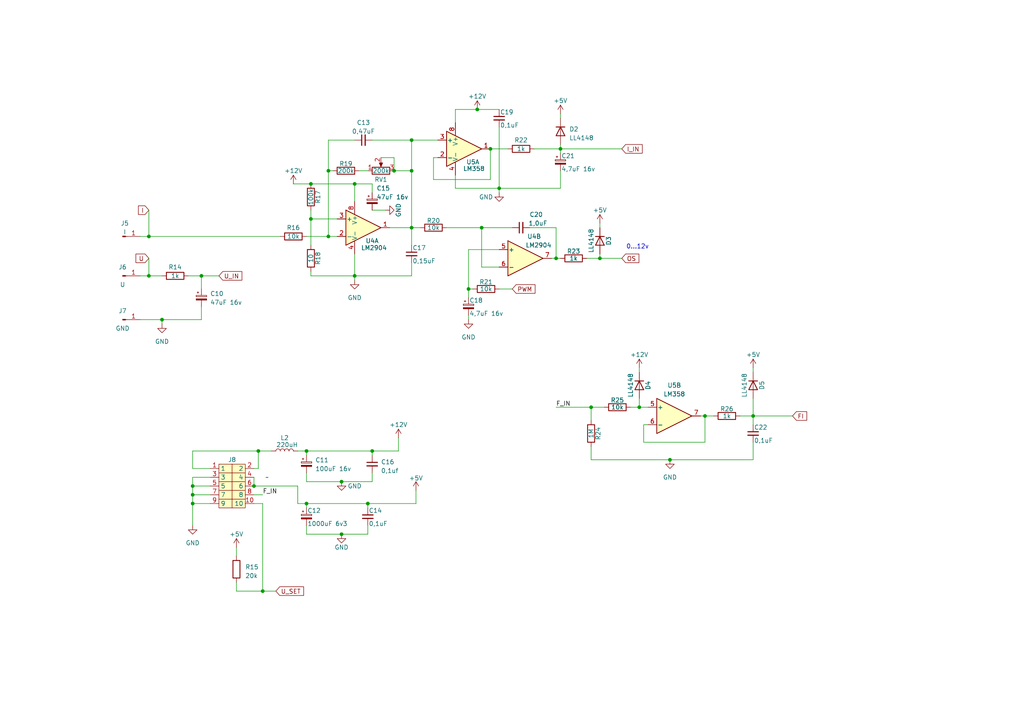
<source format=kicad_sch>
(kicad_sch (version 20230121) (generator eeschema)
  (paper "A4")
  (lib_symbols
    (symbol "Amplifier_Operational:LM2904" (pin_names (offset 0.127))
      (property "Reference" "U" (at 0 5.08 0))
      (property "Value" "LM2904" (at 0 -5.08 0))
      (symbol "LM2904_1_1"
        (polyline (pts (xy -5.08 5.08) (xy 5.08 0) (xy -5.08 -5.08) (xy -5.08 5.08)) (stroke (width 0.254)) (fill (type background)))
        (pin output line (at 7.62 0 180) (length 2.54) (name "~") (number "1"))
        (pin input line (at -7.62 -2.54 0) (length 2.54) (name "-") (number "2"))
        (pin input line (at -7.62 2.54 0) (length 2.54) (name "+") (number "3"))
      )
      (symbol "LM2904_2_1"
        (polyline (pts (xy -5.08 5.08) (xy 5.08 0) (xy -5.08 -5.08) (xy -5.08 5.08)) (stroke (width 0.254)) (fill (type background)))
        (pin input line (at -7.62 2.54 0) (length 2.54) (name "+") (number "5"))
        (pin input line (at -7.62 -2.54 0) (length 2.54) (name "-") (number "6"))
        (pin output line (at 7.62 0 180) (length 2.54) (name "~") (number "7"))
      )
      (symbol "LM2904_3_1"
        (pin power_in line (at -2.54 -7.62 90) (length 3.81) (name "V-") (number "4"))
        (pin power_in line (at -2.54 7.62 270) (length 3.81) (name "V+") (number "8"))
      )
    )
    (symbol "Amplifier_Operational:LM358" (pin_names (offset 0.127))
      (property "Reference" "U" (at 0 5.08 0))
      (property "Value" "LM358" (at 0 -5.08 0))
      (symbol "LM358_1_1"
        (polyline (pts (xy -5.08 5.08) (xy 5.08 0) (xy -5.08 -5.08) (xy -5.08 5.08)) (stroke (width 0.254)) (fill (type background)))
        (pin output line (at 7.62 0 180) (length 2.54) (name "~") (number "1"))
        (pin input line (at -7.62 -2.54 0) (length 2.54) (name "-") (number "2"))
        (pin input line (at -7.62 2.54 0) (length 2.54) (name "+") (number "3"))
      )
      (symbol "LM358_2_1"
        (polyline (pts (xy -5.08 5.08) (xy 5.08 0) (xy -5.08 -5.08) (xy -5.08 5.08)) (stroke (width 0.254)) (fill (type background)))
        (pin input line (at -7.62 2.54 0) (length 2.54) (name "+") (number "5"))
        (pin input line (at -7.62 -2.54 0) (length 2.54) (name "-") (number "6"))
        (pin output line (at 7.62 0 180) (length 2.54) (name "~") (number "7"))
      )
      (symbol "LM358_3_1"
        (pin power_in line (at -2.54 -7.62 90) (length 3.81) (name "V-") (number "4"))
        (pin power_in line (at -2.54 7.62 270) (length 3.81) (name "V+") (number "8"))
      )
    )
    (symbol "Connector:Conn_01x01_Pin" (pin_names (offset 1.016) hide)
      (property "Reference" "J" (at 0 2.54 0))
      (property "Value" "Conn_01x01_Pin" (at 0 -2.54 0))
      (symbol "Conn_01x01_Pin_1_1"
        (polyline (pts (xy 1.27 0) (xy 0.8636 0)) (stroke (width 0.1524)))
        (rectangle (start 0.8636 0.127) (end 0 -0.127) (stroke (width 0.1524)) (fill (type outline)))
        (pin passive line (at 5.08 0 180) (length 3.81) (name "Pin_1") (number "1"))
      )
    )
    (symbol "Device:C_Polarized_Small" (pin_numbers hide) (pin_names (offset 0.254) hide)
      (property "Reference" "C" (at 0.254 1.778 0))
      (property "Value" "C_Polarized_Small" (at 0.254 -2.032 0))
      (symbol "C_Polarized_Small_0_1"
        (rectangle (start -1.524 -0.3048) (end 1.524 -0.6858) (fill (type outline)))
        (rectangle (start -1.524 0.6858) (end 1.524 0.3048))
        (polyline (pts (xy -1.27 1.524) (xy -0.762 1.524)))
        (polyline (pts (xy -1.016 1.27) (xy -1.016 1.778)))
      )
      (symbol "C_Polarized_Small_1_1"
        (pin passive line (at 0 2.54 270) (length 1.8542) (name "~") (number "1"))
        (pin passive line (at 0 -2.54 90) (length 1.8542) (name "~") (number "2"))
      )
    )
    (symbol "Device:C_Small" (pin_numbers hide) (pin_names (offset 0.254) hide)
      (property "Reference" "C" (at 0.254 1.778 0))
      (property "Value" "C_Small" (at 0.254 -2.032 0))
      (symbol "C_Small_0_1"
        (polyline (pts (xy -1.524 -0.508) (xy 1.524 -0.508)) (stroke (width 0.3302)))
        (polyline (pts (xy -1.524 0.508) (xy 1.524 0.508)) (stroke (width 0.3048)))
      )
      (symbol "C_Small_1_1"
        (pin passive line (at 0 2.54 270) (length 2.032) (name "~") (number "1"))
        (pin passive line (at 0 -2.54 90) (length 2.032) (name "~") (number "2"))
      )
    )
    (symbol "Device:D" (pin_numbers hide) (pin_names (offset 1.016) hide)
      (property "Reference" "D" (at 0 2.54 0))
      (property "Value" "D" (at 0 -2.54 0))
      (symbol "D_0_1"
        (polyline (pts (xy -1.27 1.27) (xy -1.27 -1.27)) (stroke (width 0.254)))
        (polyline (pts (xy 1.27 0) (xy -1.27 0)))
        (polyline (pts (xy 1.27 1.27) (xy 1.27 -1.27) (xy -1.27 0) (xy 1.27 1.27)) (stroke (width 0.254)))
      )
      (symbol "D_1_1"
        (pin passive line (at -3.81 0 0) (length 2.54) (name "K") (number "1"))
        (pin passive line (at 3.81 0 180) (length 2.54) (name "A") (number "2"))
      )
    )
    (symbol "Device:L" (pin_numbers hide) (pin_names (offset 1.016) hide)
      (property "Reference" "L" (at -1.27 0 90))
      (property "Value" "L" (at 1.905 0 90))
      (symbol "L_0_1"
        (arc (start 0 -2.54) (mid 0.6323 -1.905) (end 0 -1.27))
        (arc (start 0 -1.27) (mid 0.6323 -0.635) (end 0 0))
        (arc (start 0 0) (mid 0.6323 0.635) (end 0 1.27))
        (arc (start 0 1.27) (mid 0.6323 1.905) (end 0 2.54))
      )
      (symbol "L_1_1"
        (pin passive line (at 0 3.81 270) (length 1.27) (name "1") (number "1"))
        (pin passive line (at 0 -3.81 90) (length 1.27) (name "2") (number "2"))
      )
    )
    (symbol "Device:R" (pin_numbers hide) (pin_names (offset 0))
      (property "Reference" "R" (at 2.032 0 90))
      (property "Value" "R" (at 0 0 90))
      (symbol "R_0_1"
        (rectangle (start -1.016 -2.54) (end 1.016 2.54) (stroke (width 0.254)))
      )
      (symbol "R_1_1"
        (pin passive line (at 0 3.81 270) (length 1.27) (name "~") (number "1"))
        (pin passive line (at 0 -3.81 90) (length 1.27) (name "~") (number "2"))
      )
    )
    (symbol "Device:R_Potentiometer" (pin_names (offset 1.016) hide)
      (property "Reference" "RV" (at -4.445 0 90))
      (property "Value" "R_Potentiometer" (at -2.54 0 90))
      (symbol "R_Potentiometer_0_1"
        (polyline (pts (xy 2.54 0) (xy 1.524 0)))
        (polyline (pts (xy 1.143 0) (xy 2.286 0.508) (xy 2.286 -0.508) (xy 1.143 0)) (fill (type outline)))
        (rectangle (start 1.016 2.54) (end -1.016 -2.54) (stroke (width 0.254)))
      )
      (symbol "R_Potentiometer_1_1"
        (pin passive line (at 0 3.81 270) (length 1.27) (name "1") (number "1"))
        (pin passive line (at 3.81 0 180) (length 1.27) (name "2") (number "2"))
        (pin passive line (at 0 -3.81 90) (length 1.27) (name "3") (number "3"))
      )
    )
    (symbol "Z_connectors:BH-10"
      (property "Reference" "J" (at 0 6.35 0))
      (symbol "BH-10_1_1"
        (rectangle (start -3.81 3.81) (end 3.81 -8.89) (fill (type background)))
        (polyline (pts (xy -3.81 -6.35) (xy 3.81 -6.35)))
        (polyline (pts (xy -3.81 -3.81) (xy 3.81 -3.81)))
        (polyline (pts (xy -3.81 -1.27) (xy 3.81 -1.27)))
        (polyline (pts (xy -3.81 1.27) (xy 3.81 1.27)))
        (polyline (pts (xy 0 3.81) (xy 0 -8.89)))
        (pin input line (at -6.35 2.54 0) (length 2.54) (name "1") (number "1"))
        (pin input line (at 6.35 -7.62 180) (length 2.54) (name "10") (number "10"))
        (pin input line (at 6.35 2.54 180) (length 2.54) (name "2") (number "2"))
        (pin input line (at -6.35 0 0) (length 2.54) (name "3") (number "3"))
        (pin input line (at 6.35 0 180) (length 2.54) (name "4") (number "4"))
        (pin input line (at -6.35 -2.54 0) (length 2.54) (name "5") (number "5"))
        (pin input line (at 6.35 -2.54 180) (length 2.54) (name "6") (number "6"))
        (pin input line (at -6.35 -5.08 0) (length 2.54) (name "7") (number "7"))
        (pin input line (at 6.35 -5.08 180) (length 2.54) (name "8") (number "8"))
        (pin input line (at -6.35 -7.62 0) (length 2.54) (name "9") (number "9"))
      )
    )
    (symbol "power:+12V" (power) (pin_names (offset 0))
      (property "Value" "+12V" (at 0 3.556 0))
      (symbol "+12V_0_1"
        (polyline (pts (xy -0.762 1.27) (xy 0 2.54)))
        (polyline (pts (xy 0 0) (xy 0 2.54)))
        (polyline (pts (xy 0 2.54) (xy 0.762 1.27)))
      )
      (symbol "+12V_1_1"
        (pin power_in line (at 0 0 90) (length 0) hide (name "+12V") (number "1"))
      )
    )
    (symbol "power:+5V" (power) (pin_names (offset 0))
      (property "Value" "+5V" (at 0 3.556 0))
      (symbol "+5V_0_1"
        (polyline (pts (xy -0.762 1.27) (xy 0 2.54)))
        (polyline (pts (xy 0 0) (xy 0 2.54)))
        (polyline (pts (xy 0 2.54) (xy 0.762 1.27)))
      )
      (symbol "+5V_1_1"
        (pin power_in line (at 0 0 90) (length 0) hide (name "+5V") (number "1"))
      )
    )
    (symbol "power:GND" (power) (pin_names (offset 0))
      (property "Value" "GND" (at 0 -3.81 0))
      (symbol "GND_0_1"
        (polyline (pts (xy 0 0) (xy 0 -1.27) (xy 1.27 -1.27) (xy 0 -2.54) (xy -1.27 -1.27) (xy 0 -1.27)))
      )
      (symbol "GND_1_1"
        (pin power_in line (at 0 0 270) (length 0) hide (name "GND") (number "1"))
      )
    )
  )
  (junction (at 102.87 80.01))
  (junction (at 107.95 130.81))
  (junction (at 218.44 120.65))
  (junction (at 142.24 43.18))
  (junction (at 90.17 63.5))
  (junction (at 171.45 118.11))
  (junction (at 162.56 43.18))
  (junction (at 139.7 66.04))
  (junction (at 144.78 54.61))
  (junction (at 106.68 146.05))
  (junction (at 55.88 143.51))
  (junction (at 135.89 83.82))
  (junction (at 119.38 66.04))
  (junction (at 46.99 92.71))
  (junction (at 204.47 120.65))
  (junction (at 43.18 68.58))
  (junction (at 173.99 74.93))
  (junction (at 119.38 40.64))
  (junction (at 90.17 53.34))
  (junction (at 99.06 139.7))
  (junction (at 43.18 80.01))
  (junction (at 55.88 140.97))
  (junction (at 55.88 146.05))
  (junction (at 114.3 49.53))
  (junction (at 99.06 154.94))
  (junction (at 76.2 171.45))
  (junction (at 119.38 49.53))
  (junction (at 58.42 80.01))
  (junction (at 185.42 118.11))
  (junction (at 88.9 130.81))
  (junction (at 95.25 68.58))
  (junction (at 102.87 53.34))
  (junction (at 74.93 130.81))
  (junction (at 88.9 146.05))
  (junction (at 95.25 49.53))
  (junction (at 194.31 133.35))
  (junction (at 138.43 31.75))
  (junction (at 73.66 140.97))
  (junction (at 161.29 74.93))
  (wire (pts (xy 73.66 140.97) (xy 86.36 140.97)))
  (wire (pts (xy 76.2 143.51) (xy 73.66 143.51)))
  (wire (pts (xy 161.29 118.11) (xy 171.45 118.11)))
  (wire (pts (xy 161.29 74.93) (xy 162.56 74.93)))
  (wire (pts (xy 173.99 64.77) (xy 173.99 66.04)))
  (wire (pts (xy 107.95 53.34) (xy 107.95 55.88)))
  (wire (pts (xy 76.2 171.45) (xy 76.2 146.05)))
  (wire (pts (xy 185.42 118.11) (xy 187.96 118.11)))
  (wire (pts (xy 55.88 146.05) (xy 60.96 146.05)))
  (wire (pts (xy 162.56 54.61) (xy 162.56 49.53)))
  (wire (pts (xy 107.95 130.81) (xy 115.57 130.81)))
  (wire (pts (xy 68.58 168.91) (xy 68.58 171.45)))
  (wire (pts (xy 40.64 80.01) (xy 43.18 80.01)))
  (wire (pts (xy 182.88 118.11) (xy 185.42 118.11)))
  (wire (pts (xy 185.42 115.57) (xy 185.42 118.11)))
  (wire (pts (xy 135.89 72.39) (xy 135.89 83.82)))
  (wire (pts (xy 162.56 43.18) (xy 180.34 43.18)))
  (wire (pts (xy 55.88 146.05) (xy 55.88 152.4)))
  (wire (pts (xy 58.42 80.01) (xy 58.42 83.82)))
  (wire (pts (xy 46.99 92.71) (xy 46.99 93.98)))
  (wire (pts (xy 144.78 54.61) (xy 162.56 54.61)))
  (wire (pts (xy 132.08 54.61) (xy 132.08 50.8)))
  (wire (pts (xy 119.38 66.04) (xy 119.38 49.53)))
  (wire (pts (xy 142.24 43.18) (xy 147.32 43.18)))
  (wire (pts (xy 88.9 68.58) (xy 95.25 68.58)))
  (wire (pts (xy 144.78 54.61) (xy 144.78 36.83)))
  (wire (pts (xy 107.95 139.7) (xy 99.06 139.7)))
  (wire (pts (xy 132.08 31.75) (xy 138.43 31.75)))
  (wire (pts (xy 55.88 135.89) (xy 55.88 130.81)))
  (wire (pts (xy 144.78 83.82) (xy 148.59 83.82)))
  (wire (pts (xy 132.08 35.56) (xy 132.08 31.75)))
  (wire (pts (xy 106.68 147.32) (xy 106.68 146.05)))
  (wire (pts (xy 214.63 120.65) (xy 218.44 120.65)))
  (wire (pts (xy 162.56 43.18) (xy 162.56 44.45)))
  (wire (pts (xy 102.87 80.01) (xy 102.87 81.28)))
  (wire (pts (xy 173.99 74.93) (xy 180.34 74.93)))
  (wire (pts (xy 161.29 74.93) (xy 160.02 74.93)))
  (wire (pts (xy 88.9 137.16) (xy 88.9 139.7)))
  (wire (pts (xy 107.95 137.16) (xy 107.95 139.7)))
  (wire (pts (xy 86.36 146.05) (xy 88.9 146.05)))
  (wire (pts (xy 76.2 171.45) (xy 80.01 171.45)))
  (wire (pts (xy 97.79 68.58) (xy 95.25 68.58)))
  (wire (pts (xy 55.88 130.81) (xy 74.93 130.81)))
  (wire (pts (xy 119.38 66.04) (xy 121.92 66.04)))
  (wire (pts (xy 107.95 60.96) (xy 111.76 60.96)))
  (wire (pts (xy 185.42 106.68) (xy 185.42 107.95)))
  (wire (pts (xy 58.42 80.01) (xy 63.5 80.01)))
  (wire (pts (xy 135.89 91.44) (xy 135.89 92.71)))
  (wire (pts (xy 119.38 76.2) (xy 119.38 80.01)))
  (wire (pts (xy 162.56 33.02) (xy 162.56 34.29)))
  (wire (pts (xy 74.93 135.89) (xy 73.66 135.89)))
  (wire (pts (xy 46.99 92.71) (xy 58.42 92.71)))
  (wire (pts (xy 74.93 130.81) (xy 74.93 135.89)))
  (wire (pts (xy 88.9 139.7) (xy 99.06 139.7)))
  (wire (pts (xy 204.47 120.65) (xy 207.01 120.65)))
  (wire (pts (xy 173.99 73.66) (xy 173.99 74.93)))
  (wire (pts (xy 90.17 78.74) (xy 90.17 80.01)))
  (wire (pts (xy 171.45 133.35) (xy 194.31 133.35)))
  (wire (pts (xy 55.88 143.51) (xy 55.88 146.05)))
  (wire (pts (xy 113.03 66.04) (xy 119.38 66.04)))
  (wire (pts (xy 88.9 146.05) (xy 106.68 146.05)))
  (wire (pts (xy 135.89 83.82) (xy 135.89 86.36)))
  (wire (pts (xy 43.18 74.93) (xy 43.18 80.01)))
  (wire (pts (xy 144.78 55.88) (xy 144.78 54.61)))
  (wire (pts (xy 55.88 140.97) (xy 55.88 143.51)))
  (wire (pts (xy 162.56 41.91) (xy 162.56 43.18)))
  (wire (pts (xy 90.17 63.5) (xy 90.17 71.12)))
  (wire (pts (xy 90.17 53.34) (xy 102.87 53.34)))
  (wire (pts (xy 119.38 49.53) (xy 114.3 49.53)))
  (wire (pts (xy 138.43 31.75) (xy 144.78 31.75)))
  (wire (pts (xy 102.87 80.01) (xy 102.87 73.66)))
  (wire (pts (xy 43.18 80.01) (xy 46.99 80.01)))
  (wire (pts (xy 218.44 120.65) (xy 229.87 120.65)))
  (wire (pts (xy 171.45 121.92) (xy 171.45 118.11)))
  (wire (pts (xy 187.96 123.19) (xy 186.69 123.19)))
  (wire (pts (xy 106.68 152.4) (xy 106.68 154.94)))
  (wire (pts (xy 86.36 130.81) (xy 88.9 130.81)))
  (wire (pts (xy 86.36 140.97) (xy 86.36 146.05)))
  (wire (pts (xy 204.47 128.27) (xy 204.47 120.65)))
  (wire (pts (xy 68.58 171.45) (xy 76.2 171.45)))
  (wire (pts (xy 104.14 49.53) (xy 106.68 49.53)))
  (wire (pts (xy 43.18 60.96) (xy 43.18 68.58)))
  (wire (pts (xy 186.69 128.27) (xy 204.47 128.27)))
  (wire (pts (xy 120.65 142.24) (xy 120.65 146.05)))
  (wire (pts (xy 88.9 130.81) (xy 107.95 130.81)))
  (wire (pts (xy 114.3 45.72) (xy 114.3 49.53)))
  (wire (pts (xy 55.88 138.43) (xy 55.88 140.97)))
  (wire (pts (xy 88.9 130.81) (xy 88.9 132.08)))
  (wire (pts (xy 106.68 154.94) (xy 99.06 154.94)))
  (wire (pts (xy 154.94 43.18) (xy 162.56 43.18)))
  (wire (pts (xy 204.47 120.65) (xy 203.2 120.65)))
  (wire (pts (xy 85.09 53.34) (xy 90.17 53.34)))
  (wire (pts (xy 40.64 92.71) (xy 46.99 92.71)))
  (wire (pts (xy 107.95 130.81) (xy 107.95 132.08)))
  (wire (pts (xy 142.24 43.18) (xy 142.24 52.07)))
  (wire (pts (xy 129.54 66.04) (xy 139.7 66.04)))
  (wire (pts (xy 119.38 40.64) (xy 127 40.64)))
  (wire (pts (xy 218.44 106.68) (xy 218.44 107.95)))
  (wire (pts (xy 125.73 52.07) (xy 125.73 45.72)))
  (wire (pts (xy 107.95 40.64) (xy 119.38 40.64)))
  (wire (pts (xy 132.08 54.61) (xy 144.78 54.61)))
  (wire (pts (xy 110.49 45.72) (xy 114.3 45.72)))
  (wire (pts (xy 171.45 129.54) (xy 171.45 133.35)))
  (wire (pts (xy 40.64 68.58) (xy 43.18 68.58)))
  (wire (pts (xy 139.7 66.04) (xy 139.7 77.47)))
  (wire (pts (xy 218.44 120.65) (xy 218.44 123.19)))
  (wire (pts (xy 55.88 143.51) (xy 60.96 143.51)))
  (wire (pts (xy 60.96 135.89) (xy 55.88 135.89)))
  (wire (pts (xy 73.66 138.43) (xy 73.66 140.97)))
  (wire (pts (xy 90.17 60.96) (xy 90.17 63.5)))
  (wire (pts (xy 139.7 66.04) (xy 148.59 66.04)))
  (wire (pts (xy 74.93 130.81) (xy 78.74 130.81)))
  (wire (pts (xy 95.25 40.64) (xy 102.87 40.64)))
  (wire (pts (xy 218.44 115.57) (xy 218.44 120.65)))
  (wire (pts (xy 119.38 40.64) (xy 119.38 49.53)))
  (wire (pts (xy 119.38 80.01) (xy 102.87 80.01)))
  (wire (pts (xy 218.44 133.35) (xy 194.31 133.35)))
  (wire (pts (xy 76.2 146.05) (xy 73.66 146.05)))
  (wire (pts (xy 95.25 49.53) (xy 96.52 49.53)))
  (wire (pts (xy 90.17 80.01) (xy 102.87 80.01)))
  (wire (pts (xy 161.29 66.04) (xy 161.29 74.93)))
  (wire (pts (xy 88.9 154.94) (xy 99.06 154.94)))
  (wire (pts (xy 173.99 74.93) (xy 170.18 74.93)))
  (wire (pts (xy 144.78 72.39) (xy 135.89 72.39)))
  (wire (pts (xy 115.57 127) (xy 115.57 130.81)))
  (wire (pts (xy 54.61 80.01) (xy 58.42 80.01)))
  (wire (pts (xy 88.9 147.32) (xy 88.9 146.05)))
  (wire (pts (xy 139.7 77.47) (xy 144.78 77.47)))
  (wire (pts (xy 142.24 52.07) (xy 125.73 52.07)))
  (wire (pts (xy 55.88 140.97) (xy 60.96 140.97)))
  (wire (pts (xy 106.68 146.05) (xy 120.65 146.05)))
  (wire (pts (xy 186.69 123.19) (xy 186.69 128.27)))
  (wire (pts (xy 43.18 68.58) (xy 81.28 68.58)))
  (wire (pts (xy 102.87 53.34) (xy 107.95 53.34)))
  (wire (pts (xy 95.25 49.53) (xy 95.25 40.64)))
  (wire (pts (xy 88.9 152.4) (xy 88.9 154.94)))
  (wire (pts (xy 60.96 138.43) (xy 55.88 138.43)))
  (wire (pts (xy 58.42 92.71) (xy 58.42 88.9)))
  (wire (pts (xy 218.44 128.27) (xy 218.44 133.35)))
  (wire (pts (xy 68.58 158.75) (xy 68.58 161.29)))
  (wire (pts (xy 125.73 45.72) (xy 127 45.72)))
  (wire (pts (xy 119.38 71.12) (xy 119.38 66.04)))
  (wire (pts (xy 171.45 118.11) (xy 175.26 118.11)))
  (wire (pts (xy 95.25 68.58) (xy 95.25 49.53)))
  (wire (pts (xy 102.87 53.34) (xy 102.87 58.42)))
  (wire (pts (xy 90.17 63.5) (xy 97.79 63.5)))
  (wire (pts (xy 137.16 83.82) (xy 135.89 83.82)))
  (wire (pts (xy 153.67 66.04) (xy 161.29 66.04)))
  (text "0...12v" (at 181.61 72.39 0) (effects (font (size 1.27 1.27)) (justify left bottom)))
  (label "F_IN" (at 161.29 118.11 0))
  (label "F_IN" (at 76.2 143.51 0))
  (global_label "I" (shape input) (at 43.18 60.96 180) (property "Intersheetrefs" "${INTERSHEET_REFS}" (effects hide)))
  (global_label "FI" (shape input) (at 229.87 120.65 0) (property "Intersheetrefs" "${INTERSHEET_REFS}" (effects hide)))
  (global_label "U_IN" (shape input) (at 63.5 80.01 0) (property "Intersheetrefs" "${INTERSHEET_REFS}" (effects hide)))
  (global_label "U_SET" (shape input) (at 80.01 171.45 0) (property "Intersheetrefs" "${INTERSHEET_REFS}" (effects hide)))
  (global_label "PWM" (shape input) (at 148.59 83.82 0) (property "Intersheetrefs" "${INTERSHEET_REFS}" (effects hide)))
  (global_label "OS" (shape input) (at 180.34 74.93 0) (property "Intersheetrefs" "${INTERSHEET_REFS}" (effects hide)))
  (global_label "U" (shape input) (at 43.18 74.93 180) (property "Intersheetrefs" "${INTERSHEET_REFS}" (effects hide)))
  (global_label "I_IN" (shape input) (at 180.34 43.18 0) (property "Intersheetrefs" "${INTERSHEET_REFS}" (effects hide)))
  (symbol (lib_id "Device:R") (at 68.58 165.1 0) (unit 1)
    (property "Reference" "R15" (at 71.12 164.465 0) (effects (justify left)))
    (property "Value" "20k" (at 71.12 167.005 0) (effects (justify left)))
    (property "Footprint" "Resistor_SMD:R_1206_3216Metric" (effects hide))
  )
  (symbol (lib_id "Device:R_Potentiometer") (at 110.49 49.53 90) (unit 1)
    (property "Reference" "RV1" (at 110.49 52.07 90))
    (property "Value" "200k" (at 110.49 49.53 90))
    (property "Footprint" "Potentiometer_THT:Potentiometer_Bourns_3296W_Vertical" (effects hide))
  )
  (symbol (lib_id "Device:C_Small") (at 144.78 34.29 0) (unit 1)
    (property "Reference" "C19" (at 145.034 32.512 0) (effects (justify left)))
    (property "Value" "0,1uF" (at 145.034 36.322 0) (effects (justify left)))
    (property "Footprint" "Capacitor_SMD:C_1206_3216Metric" (effects hide))
  )
  (symbol (lib_id "Device:D") (at 185.42 111.76 270) (unit 1)
    (property "Reference" "D4" (at 187.96 111.76 0))
    (property "Value" "LL4148" (at 182.88 111.76 0))
    (property "Footprint" "Diode_SMD:D_MiniMELF" (effects hide))
    (property "Sim.Device" "D" (effects hide))
    (property "Sim.Pins" "1=K 2=A" (effects hide))
  )
  (symbol (lib_id "Connector:Conn_01x01_Pin") (at 35.56 92.71 0) (unit 1)
    (property "Reference" "J7" (at 35.56 90.17 0))
    (property "Value" "GND" (at 35.56 95.25 0))
    (property "Footprint" "Connector_Pin:Pin_D1.0mm_L10.0mm" (effects hide))
  )
  (symbol (lib_id "Device:D") (at 173.99 69.85 270) (unit 1)
    (property "Reference" "D3" (at 176.53 69.85 0))
    (property "Value" "LL4148" (at 171.45 69.85 0))
    (property "Footprint" "Diode_SMD:D_MiniMELF" (effects hide))
    (property "Sim.Device" "D" (effects hide))
    (property "Sim.Pins" "1=K 2=A" (effects hide))
  )
  (symbol (lib_id "power:GND") (at 46.99 93.98 0) (unit 1)
    (property "Reference" "#PWR020" (effects hide))
    (property "Value" "GND" (at 46.99 99.06 0))
  )
  (symbol (lib_id "power:GND") (at 144.78 55.88 0) (unit 1)
    (property "Reference" "#PWR032" (effects hide))
    (property "Value" "GND" (at 140.97 57.15 0))
  )
  (symbol (lib_id "power:GND") (at 55.88 152.4 0) (unit 1)
    (property "Reference" "#PWR021" (effects hide))
    (property "Value" "GND" (at 55.88 157.48 0))
  )
  (symbol (lib_id "Device:R") (at 50.8 80.01 90) (unit 1)
    (property "Reference" "R14" (at 50.8 77.47 90))
    (property "Value" "1k" (at 50.8 80.01 90))
    (property "Footprint" "Resistor_SMD:R_1206_3216Metric" (effects hide))
  )
  (symbol (lib_id "Device:R") (at 90.17 74.93 0) (unit 1)
    (property "Reference" "R18" (at 92.202 74.93 90))
    (property "Value" "10" (at 90.17 74.93 90))
    (property "Footprint" "Resistor_SMD:R_1206_3216Metric" (effects hide))
  )
  (symbol (lib_id "Device:C_Polarized_Small") (at 88.9 149.86 0) (unit 1)
    (property "Reference" "C12" (at 89.154 148.082 0) (effects (justify left)))
    (property "Value" "1000uF 6v3" (at 89.154 151.892 0) (effects (justify left)))
    (property "Footprint" "Capacitor_THT:CP_Radial_D8.0mm_P5.00mm" (effects hide))
  )
  (symbol (lib_id "Amplifier_Operational:LM358") (at 134.62 43.18 0) (unit 1)
    (property "Reference" "U5" (at 137.16 46.99 0))
    (property "Value" "LM358" (at 137.4767 48.9128 0))
    (property "Footprint" "Package_SO:SO-8_3.9x4.9mm_P1.27mm" (effects hide))
    (property "Datasheet" "http://www.ti.com/lit/ds/symlink/lm2904-n.pdf" (effects hide))
  )
  (symbol (lib_id "Device:C_Polarized_Small") (at 107.95 58.42 0) (unit 1)
    (property "Reference" "C15" (at 109.22 54.61 0) (effects (justify left)))
    (property "Value" "47uF 16v" (at 109.22 57.15 0) (effects (justify left)))
    (property "Footprint" "Capacitor_THT:CP_Radial_D8.0mm_P5.00mm" (effects hide))
  )
  (symbol (lib_id "power:+5V") (at 120.65 142.24 0) (unit 1)
    (property "Reference" "#PWR029" (effects hide))
    (property "Value" "+5V" (at 120.65 138.684 0))
  )
  (symbol (lib_id "Z_connectors:BH-10") (at 67.31 138.43 0) (unit 1)
    (property "Reference" "J8" (at 67.31 133.35 0))
    (property "Value" "~" (at 77.47 138.43 0))
    (property "Footprint" "Connector_IDC:IDC-Header_2x05_P2.54mm_Vertical" (effects hide))
  )
  (symbol (lib_id "Device:C_Small") (at 105.41 40.64 90) (unit 1)
    (property "Reference" "C13" (at 105.4163 35.56 90))
    (property "Value" "0,47uF" (at 105.4163 38.1 90))
    (property "Footprint" "Capacitor_SMD:C_1206_3216Metric" (effects hide))
  )
  (symbol (lib_id "power:GND") (at 102.87 81.28 0) (unit 1)
    (property "Reference" "#PWR026" (effects hide))
    (property "Value" "GND" (at 102.87 86.36 0))
  )
  (symbol (lib_id "power:+5V") (at 162.56 33.02 0) (unit 1)
    (property "Reference" "#PWR033" (effects hide))
    (property "Value" "+5V" (at 162.56 29.21 0))
  )
  (symbol (lib_id "power:+12V") (at 138.43 31.75 0) (unit 1)
    (property "Reference" "#PWR031" (effects hide))
    (property "Value" "+12V" (at 138.43 27.94 0))
  )
  (symbol (lib_id "Device:C_Small") (at 218.44 125.73 0) (unit 1)
    (property "Reference" "C22" (at 218.694 123.952 0) (effects (justify left)))
    (property "Value" "0,1uF" (at 218.694 127.762 0) (effects (justify left)))
    (property "Footprint" "Capacitor_SMD:C_1206_3216Metric" (effects hide))
  )
  (symbol (lib_id "Device:R") (at 179.07 118.11 90) (unit 1)
    (property "Reference" "R25" (at 179.07 116.078 90))
    (property "Value" "10k" (at 179.07 118.11 90))
    (property "Footprint" "Resistor_SMD:R_1206_3216Metric" (effects hide))
  )
  (symbol (lib_id "power:GND") (at 135.89 92.71 0) (unit 1)
    (property "Reference" "#PWR030" (effects hide))
    (property "Value" "GND" (at 135.89 97.79 0))
  )
  (symbol (lib_id "Device:C_Polarized_Small") (at 162.56 46.99 0) (unit 1)
    (property "Reference" "C21" (at 162.814 45.212 0) (effects (justify left)))
    (property "Value" "4,7uF 16v" (at 162.814 49.022 0) (effects (justify left)))
    (property "Footprint" "Capacitor_THT:CP_Radial_D8.0mm_P5.00mm" (effects hide))
  )
  (symbol (lib_id "Amplifier_Operational:LM2904") (at 105.41 66.04 0) (unit 3)
    (property "Reference" "U4" (effects hide))
    (property "Value" "LM2904" (effects hide))
    (property "Footprint" "Package_SO:SO-8_3.9x4.9mm_P1.27mm" (effects hide))
    (property "Datasheet" "http://www.ti.com/lit/ds/symlink/lm358.pdf" (effects hide))
  )
  (symbol (lib_id "Device:R") (at 100.33 49.53 90) (unit 1)
    (property "Reference" "R19" (at 100.33 47.498 90))
    (property "Value" "200k" (at 100.33 49.53 90))
    (property "Footprint" "Resistor_SMD:R_1206_3216Metric" (effects hide))
  )
  (symbol (lib_id "power:GND") (at 99.06 154.94 0) (unit 1)
    (property "Reference" "#PWR025" (effects hide))
    (property "Value" "GND" (at 99.06 158.75 0))
  )
  (symbol (lib_id "Connector:Conn_01x01_Pin") (at 35.56 80.01 0) (unit 1)
    (property "Reference" "J6" (at 35.56 77.47 0))
    (property "Value" "U" (at 35.56 82.55 0))
    (property "Footprint" "Connector_Pin:Pin_D1.0mm_L10.0mm" (effects hide))
  )
  (symbol (lib_id "Device:C_Polarized_Small") (at 58.42 86.36 0) (unit 1)
    (property "Reference" "C10" (at 60.96 85.1789 0) (effects (justify left)))
    (property "Value" "47uF 16v" (at 60.96 87.7189 0) (effects (justify left)))
    (property "Footprint" "Capacitor_THT:CP_Radial_D8.0mm_P5.00mm" (effects hide))
  )
  (symbol (lib_id "Device:D") (at 218.44 111.76 270) (unit 1)
    (property "Reference" "D5" (at 220.98 111.76 0))
    (property "Value" "LL4148" (at 215.9 111.76 0))
    (property "Footprint" "Diode_SMD:D_MiniMELF" (effects hide))
    (property "Sim.Device" "D" (effects hide))
    (property "Sim.Pins" "1=K 2=A" (effects hide))
  )
  (symbol (lib_id "Device:R") (at 125.73 66.04 90) (unit 1)
    (property "Reference" "R20" (at 125.73 64.008 90))
    (property "Value" "10k" (at 125.73 66.04 90))
    (property "Footprint" "Resistor_SMD:R_1206_3216Metric" (effects hide))
  )
  (symbol (lib_id "Amplifier_Operational:LM2904") (at 152.4 74.93 0) (unit 2)
    (property "Reference" "U4" (at 154.94 68.58 0))
    (property "Value" "LM2904" (at 156.21 71.12 0))
    (property "Footprint" "Package_SO:SO-8_3.9x4.9mm_P1.27mm" (effects hide))
    (property "Datasheet" "http://www.ti.com/lit/ds/symlink/lm358.pdf" (effects hide))
  )
  (symbol (lib_id "power:GND") (at 99.06 139.7 0) (unit 1)
    (property "Reference" "#PWR024" (effects hide))
    (property "Value" "GND" (at 102.87 140.97 0))
  )
  (symbol (lib_id "Device:R") (at 85.09 68.58 90) (unit 1)
    (property "Reference" "R16" (at 85.09 66.04 90))
    (property "Value" "10k" (at 85.09 68.58 90))
    (property "Footprint" "Resistor_SMD:R_1206_3216Metric" (effects hide))
  )
  (symbol (lib_id "Device:L") (at 82.55 130.81 90) (unit 1)
    (property "Reference" "L2" (at 82.55 127 90))
    (property "Value" "220uH" (at 83.262 129.0183 90))
    (property "Footprint" "Inductor_SMD:L_Ferrocore_DLG-0403" (effects hide))
    (property "Mfr. Part. No" "CY43-220UH" (effects hide))
  )
  (symbol (lib_id "power:+12V") (at 185.42 106.68 0) (unit 1)
    (property "Reference" "#PWR035" (effects hide))
    (property "Value" "+12V" (at 185.42 102.87 0))
  )
  (symbol (lib_id "Device:C_Small") (at 119.38 73.66 0) (unit 1)
    (property "Reference" "C17" (at 119.634 71.882 0) (effects (justify left)))
    (property "Value" "0,15uF" (at 119.634 75.692 0) (effects (justify left)))
    (property "Footprint" "Capacitor_SMD:C_1206_3216Metric" (effects hide))
  )
  (symbol (lib_id "Amplifier_Operational:LM358") (at 134.62 43.18 0) (unit 3)
    (property "Reference" "U5" (effects hide))
    (property "Value" "LM358" (effects hide))
    (property "Footprint" "Package_SO:SO-8_3.9x4.9mm_P1.27mm" (effects hide))
    (property "Datasheet" "http://www.ti.com/lit/ds/symlink/lm2904-n.pdf" (effects hide))
  )
  (symbol (lib_id "Device:R") (at 140.97 83.82 90) (unit 1)
    (property "Reference" "R21" (at 140.97 81.788 90))
    (property "Value" "10k" (at 140.97 83.82 90))
    (property "Footprint" "Resistor_SMD:R_1206_3216Metric" (effects hide))
  )
  (symbol (lib_id "Device:R") (at 151.13 43.18 90) (unit 1)
    (property "Reference" "R22" (at 151.13 40.64 90))
    (property "Value" "1k" (at 151.13 43.18 90))
    (property "Footprint" "Resistor_SMD:R_1206_3216Metric" (effects hide))
  )
  (symbol (lib_id "power:+5V") (at 68.58 158.75 0) (unit 1)
    (property "Reference" "#PWR022" (effects hide))
    (property "Value" "+5V" (at 68.58 154.94 0))
  )
  (symbol (lib_id "Device:C_Polarized_Small") (at 88.9 134.62 0) (unit 1)
    (property "Reference" "C11" (at 91.44 133.4389 0) (effects (justify left)))
    (property "Value" "100uF 16v" (at 91.44 135.9789 0) (effects (justify left)))
    (property "Footprint" "Capacitor_THT:CP_Radial_D8.0mm_P5.00mm" (effects hide))
  )
  (symbol (lib_id "Device:R") (at 171.45 125.73 0) (unit 1)
    (property "Reference" "R24" (at 173.482 125.73 90))
    (property "Value" "1M" (at 171.45 125.73 90))
    (property "Footprint" "Resistor_SMD:R_1206_3216Metric" (effects hide))
  )
  (symbol (lib_id "power:+12V") (at 85.09 53.34 0) (unit 1)
    (property "Reference" "#PWR023" (effects hide))
    (property "Value" "+12V" (at 85.09 49.53 0))
  )
  (symbol (lib_id "Device:R") (at 166.37 74.93 90) (unit 1)
    (property "Reference" "R23" (at 166.37 72.898 90))
    (property "Value" "1k" (at 166.37 74.93 90))
    (property "Footprint" "Resistor_SMD:R_1206_3216Metric" (effects hide))
  )
  (symbol (lib_id "power:GND") (at 194.31 133.35 0) (unit 1)
    (property "Reference" "#PWR036" (effects hide))
    (property "Value" "GND" (at 194.31 138.43 0))
  )
  (symbol (lib_id "power:+5V") (at 173.99 64.77 0) (unit 1)
    (property "Reference" "#PWR034" (effects hide))
    (property "Value" "+5V" (at 173.99 60.96 0))
  )
  (symbol (lib_id "Amplifier_Operational:LM2904") (at 105.41 66.04 0) (unit 1)
    (property "Reference" "U4" (at 107.95 69.85 0))
    (property "Value" "LM2904" (at 108.4875 71.8856 0))
    (property "Footprint" "Package_SO:SO-8_3.9x4.9mm_P1.27mm" (effects hide))
    (property "Datasheet" "http://www.ti.com/lit/ds/symlink/lm358.pdf" (effects hide))
  )
  (symbol (lib_id "Amplifier_Operational:LM358") (at 195.58 120.65 0) (unit 2)
    (property "Reference" "U5" (at 195.58 111.76 0))
    (property "Value" "LM358" (at 195.58 114.3 0))
    (property "Footprint" "Package_SO:SO-8_3.9x4.9mm_P1.27mm" (effects hide))
    (property "Datasheet" "http://www.ti.com/lit/ds/symlink/lm2904-n.pdf" (effects hide))
  )
  (symbol (lib_id "Device:C_Small") (at 151.13 66.04 90) (unit 1)
    (property "Reference" "C20" (at 157.48 62.23 90) (effects (justify left)))
    (property "Value" "1,0uF" (at 158.75 64.77 90) (effects (justify left)))
    (property "Footprint" "Capacitor_SMD:C_1206_3216Metric" (effects hide))
  )
  (symbol (lib_id "Device:R") (at 210.82 120.65 90) (unit 1)
    (property "Reference" "R26" (at 210.82 118.618 90))
    (property "Value" "1k" (at 210.82 120.65 90))
    (property "Footprint" "Resistor_SMD:R_1206_3216Metric" (effects hide))
  )
  (symbol (lib_id "Connector:Conn_01x01_Pin") (at 35.56 68.58 0) (unit 1)
    (property "Reference" "J5" (at 36.195 64.77 0))
    (property "Value" "I" (at 36.195 67.31 0))
    (property "Footprint" "Connector_Pin:Pin_D1.0mm_L10.0mm" (effects hide))
  )
  (symbol (lib_id "Device:R") (at 90.17 57.15 0) (unit 1)
    (property "Reference" "R17" (at 92.202 57.15 90))
    (property "Value" "100k" (at 90.17 57.15 90))
    (property "Footprint" "Resistor_SMD:R_1206_3216Metric" (effects hide))
  )
  (symbol (lib_id "Device:D") (at 162.56 38.1 270) (unit 1)
    (property "Reference" "D2" (at 165.1 37.465 90) (effects (justify left)))
    (property "Value" "LL4148" (at 165.1 40.005 90) (effects (justify left)))
    (property "Footprint" "Diode_SMD:D_MiniMELF" (effects hide))
    (property "Sim.Device" "D" (effects hide))
    (property "Sim.Pins" "1=K 2=A" (effects hide))
  )
  (symbol (lib_id "Device:C_Polarized_Small") (at 135.89 88.9 0) (unit 1)
    (property "Reference" "C18" (at 136.144 87.122 0) (effects (justify left)))
    (property "Value" "4,7uF 16v" (at 136.144 90.932 0) (effects (justify left)))
    (property "Footprint" "Capacitor_THT:CP_Radial_D8.0mm_P5.00mm" (effects hide))
  )
  (symbol (lib_id "power:+12V") (at 115.57 127 0) (unit 1)
    (property "Reference" "#PWR028" (effects hide))
    (property "Value" "+12V" (at 115.57 123.19 0))
  )
  (symbol (lib_id "Device:C_Small") (at 106.68 149.86 0) (unit 1)
    (property "Reference" "C14" (at 106.934 148.082 0) (effects (justify left)))
    (property "Value" "0,1uF" (at 106.934 151.892 0) (effects (justify left)))
    (property "Footprint" "Capacitor_SMD:C_1206_3216Metric" (effects hide))
  )
  (symbol (lib_id "Device:C_Small") (at 107.95 134.62 0) (unit 1)
    (property "Reference" "C16" (at 110.49 133.9913 0) (effects (justify left)))
    (property "Value" "0,1uf" (at 110.49 136.5313 0) (effects (justify left)))
    (property "Footprint" "Capacitor_SMD:C_1206_3216Metric" (effects hide))
  )
  (symbol (lib_id "power:GND") (at 111.76 60.96 90) (unit 1)
    (property "Reference" "#PWR027" (effects hide))
    (property "Value" "GND" (at 115.57 60.96 0))
  )
  (symbol (lib_id "power:+5V") (at 218.44 106.68 0) (unit 1)
    (property "Reference" "#PWR037" (effects hide))
    (property "Value" "+5V" (at 218.44 102.87 0))
  )
)
</source>
